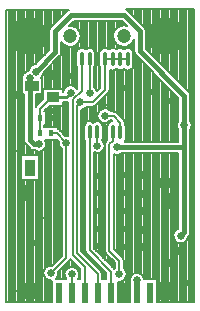
<source format=gbl>
%FSLAX44Y44*%
%MOMM*%
G71*
G01*
G75*
%ADD10C,0.2032*%
%ADD11R,1.2000X2.2500*%
%ADD12R,0.5200X0.4200*%
%ADD13R,0.4200X0.5200*%
%ADD14R,7.1500X7.1500*%
%ADD15O,0.7620X0.2286*%
%ADD16O,0.2286X0.7620*%
%ADD17R,0.6604X0.7112*%
%ADD18R,1.1430X1.2700*%
%ADD19R,1.3208X0.9652*%
%ADD20C,0.3810*%
%ADD21C,0.1524*%
%ADD22C,0.2540*%
%ADD23C,0.5080*%
%ADD24C,1.2000*%
%ADD25C,3.2000*%
%ADD26C,0.6604*%
%ADD27R,1.1430X0.8128*%
%ADD28R,1.0668X0.8128*%
%ADD29R,1.3970X0.8636*%
%ADD30R,0.7620X1.4732*%
%ADD31R,0.9144X1.4732*%
%ADD32R,1.4224X1.4224*%
%ADD33R,0.7620X1.3716*%
%ADD34R,1.0668X1.5240*%
%ADD35R,0.6096X1.7272*%
%ADD36R,0.5588X1.7272*%
%ADD37O,0.3302X1.3208*%
D10*
X2568969Y2151468D02*
X2566991Y2152678D01*
X2568969Y2151468D02*
X2566991Y2152678D01*
X2621473Y2079639D02*
X2621096Y2081535D01*
X2620023Y2083142D01*
X2621473Y2079639D02*
X2621096Y2081535D01*
X2620023Y2083142D01*
X2583881Y2134503D02*
X2583504Y2136399D01*
X2582430Y2138006D01*
X2583881Y2134503D02*
X2583504Y2136399D01*
X2582430Y2138006D01*
X2573975Y2117231D02*
X2574352Y2115336D01*
X2575426Y2113729D01*
X2573975Y2117231D02*
X2574352Y2115336D01*
X2575426Y2113729D01*
X2621473Y2050520D02*
X2622511Y2052387D01*
X2622870Y2054494D01*
X2622511Y2056600D01*
X2621473Y2058467D01*
X2611567D02*
X2610331Y2055913D01*
X2610331Y2053074D01*
X2611567Y2050520D01*
X2567781Y2138646D02*
X2565321Y2138979D01*
X2562863Y2138632D01*
X2560592Y2137630D01*
X2558679Y2136048D01*
X2557267Y2134005D01*
X2556464Y2131656D01*
X2556330Y2129177D01*
X2556874Y2126755D01*
X2558057Y2124572D01*
X2559788Y2122792D01*
X2561938Y2121550D01*
X2564344Y2120939D01*
X2566826Y2121005D01*
X2569196Y2121743D01*
X2571277Y2123098D01*
X2572911Y2124967D01*
X2573975Y2127210D01*
X2567781Y2138646D02*
X2565321Y2138979D01*
X2562863Y2138632D01*
X2560592Y2137630D01*
X2558679Y2136048D01*
X2557267Y2134005D01*
X2556464Y2131656D01*
X2556330Y2129177D01*
X2556874Y2126755D01*
X2558057Y2124572D01*
X2559788Y2122792D01*
X2561938Y2121550D01*
X2564344Y2120939D01*
X2566826Y2121005D01*
X2569196Y2121743D01*
X2571277Y2123098D01*
X2572911Y2124967D01*
X2573975Y2127210D01*
X2573467Y2115327D02*
X2572690Y2117916D01*
X2570613Y2119648D01*
X2567927Y2119949D01*
X2565518Y2118720D01*
Y2102027D02*
X2567927Y2100797D01*
X2570613Y2101099D01*
X2572690Y2102831D01*
X2573467Y2105421D01*
X2566967Y2053351D02*
X2566228Y2055880D01*
Y2056526D02*
X2565112Y2059220D01*
X2559019Y2102027D02*
X2561085Y2100873D01*
X2563452D01*
X2565518Y2102027D01*
X2566228Y2056526D02*
X2565114Y2059218D01*
X2565518Y2118720D02*
X2563452Y2119874D01*
X2561085D01*
X2559019Y2118720D01*
X2556952Y2119874D01*
X2554585D01*
X2552519Y2118720D01*
X2550110Y2119949D01*
X2547424Y2119648D01*
X2545347Y2117916D01*
X2544570Y2115327D01*
X2553333Y2101402D02*
X2556281Y2100750D01*
X2559019Y2102027D01*
X2552139Y2081552D02*
X2553333Y2084429D01*
X2544570Y2105421D02*
X2545205Y2103062D01*
X2552142Y2081556D02*
X2553333Y2084429D01*
X2559272Y2065060D02*
X2559269Y2065063D01*
X2559270Y2065062D02*
X2556576Y2066178D01*
X2559269Y2065063D02*
X2556576Y2066178D01*
X2565114Y2059218D02*
X2565111Y2059221D01*
X2554290Y2066178D02*
X2552315Y2067906D01*
X2549810Y2068689D01*
X2547202Y2068392D01*
X2544937Y2067065D01*
X2543403Y2064936D01*
X2542860Y2062368D01*
X2543403Y2059799D01*
X2544937Y2057670D01*
X2547202Y2056343D01*
X2549810Y2056046D01*
X2552315Y2056828D01*
X2554290Y2058557D01*
X2555513Y2058042D02*
X2553273Y2057332D01*
X2551657Y2055626D01*
X2551069Y2053351D01*
Y2043445D02*
X2551321Y2041927D01*
X2550328Y2040933D02*
X2550325Y2040930D01*
X2547193Y2041863D02*
X2547467Y2043445D01*
X2620023Y1960313D02*
X2621096Y1961920D01*
X2621473Y1963815D01*
X2620023Y1960313D02*
X2621096Y1961920D01*
X2621473Y1963815D01*
X2611567Y1966825D02*
X2609404Y1965643D01*
X2607853Y1963725D01*
X2607150Y1961362D01*
X2607400Y1958909D01*
X2608566Y1956737D01*
X2610471Y1955172D01*
X2612829Y1954450D01*
X2615283Y1954681D01*
X2617465Y1955830D01*
X2619045Y1957723D01*
X2619785Y1960075D01*
X2582656Y1924445D02*
X2581759Y1926817D01*
X2580005Y1928649D01*
X2577674Y1929648D01*
X2575139Y1929655D01*
X2572802Y1928670D01*
X2571037Y1926849D01*
X2570126Y1924482D01*
X2570214Y1921948D01*
X2566046Y2040650D02*
X2566967Y2043445D01*
X2556830Y2029773D02*
X2558988Y2029349D01*
X2561162Y2029686D01*
X2563090Y2030744D01*
X2565212Y1939940D02*
X2564096Y1942634D01*
X2564098Y1942632D02*
X2564095Y1942635D01*
X2550326Y2040932D02*
X2549210Y2038237D01*
X2550325Y2040930D02*
X2549210Y2038237D01*
Y1948322D02*
X2550325Y1945629D01*
X2549210Y2037222D02*
X2548684Y2039752D01*
X2547193Y2041863D01*
X2550325Y1945629D02*
X2550328Y1945626D01*
X2549210Y1948322D02*
X2550326Y1945627D01*
X2565212Y1939940D02*
X2564098Y1942632D01*
X2557220Y1933034D02*
X2557002Y1933272D01*
X2557004Y1933270D02*
X2557001Y1933273D01*
X2557220Y1933034D02*
X2557004Y1933270D01*
X2567752Y1928255D02*
X2567082Y1931095D01*
X2565212Y1933336D01*
X2560404Y1921984D02*
X2563122Y1922143D01*
X2565524Y1923425D01*
X2567168Y1925596D01*
X2567752Y1928255D01*
X2557592Y1933336D02*
X2557220Y1933034D01*
X2547117Y1928571D02*
X2546003Y1931263D01*
X2547117Y1928571D02*
X2546001Y1931264D01*
X2546003Y1931263D02*
X2546000Y1931266D01*
X2540967Y2115327D02*
X2540190Y2117916D01*
X2538114Y2119648D01*
X2535427Y2119949D01*
X2533018Y2118720D01*
X2518503Y2152373D02*
X2517260Y2151468D01*
X2518503Y2152373D02*
X2517260Y2151468D01*
X2528794Y2129931D02*
X2528440Y2132438D01*
X2527406Y2134748D01*
X2525771Y2136682D01*
X2523666Y2138087D01*
X2521253Y2138853D01*
X2518723Y2138921D01*
X2528794Y2129931D02*
X2528440Y2132438D01*
X2527406Y2134748D01*
X2525771Y2136682D01*
X2523666Y2138087D01*
X2521253Y2138853D01*
X2518723Y2138921D01*
X2512253Y2124860D02*
X2513967Y2122970D01*
X2516141Y2121633D01*
X2518601Y2120956D01*
X2521152Y2120993D01*
X2523592Y2121741D01*
X2525726Y2123141D01*
X2527384Y2125080D01*
X2528434Y2127405D01*
X2528794Y2129931D01*
X2512253Y2124860D02*
X2513967Y2122970D01*
X2516141Y2121633D01*
X2518601Y2120956D01*
X2521152Y2120993D01*
X2523592Y2121741D01*
X2525726Y2123141D01*
X2527384Y2125080D01*
X2528434Y2127405D01*
X2528794Y2129931D01*
X2542444Y2083352D02*
X2541578Y2085389D01*
X2540066Y2087005D01*
Y2102653D02*
X2540967Y2105421D01*
X2539145Y2070242D02*
X2542022Y2071435D01*
X2547467Y2053351D02*
X2546689Y2055940D01*
X2544613Y2057672D01*
X2541927Y2057973D01*
X2539518Y2056744D01*
X2539145Y2070242D02*
X2542019Y2071432D01*
X2525070Y2105421D02*
X2525959Y2102670D01*
X2533018Y2118720D02*
X2530610Y2119949D01*
X2527923Y2119648D01*
X2525847Y2117916D01*
X2525070Y2115327D01*
X2525822Y2085233D02*
X2524025Y2087289D01*
X2521532Y2088400D01*
X2518802Y2088361D01*
X2516340Y2087180D01*
X2514602Y2085074D01*
X2513909Y2082433D01*
X2529126Y2067745D02*
X2531551Y2068548D01*
X2533462Y2070242D01*
X2516190Y2073797D02*
X2518222Y2074306D01*
X2539518Y2056744D02*
X2537110Y2057973D01*
X2534423Y2057672D01*
X2532347Y2055940D01*
X2531569Y2053351D01*
X2516190Y2073797D02*
X2518222Y2074306D01*
X2503798Y2138006D02*
X2502724Y2136399D01*
X2502347Y2134503D01*
X2510802Y2112713D02*
X2511876Y2114320D01*
X2512253Y2116216D01*
X2510802Y2112713D02*
X2511876Y2114320D01*
X2512253Y2116216D01*
X2503798Y2138006D02*
X2502724Y2136399D01*
X2502347Y2134503D01*
X2490352Y2106272D02*
X2487743Y2105384D01*
X2485756Y2103475D01*
X2484765Y2100905D01*
X2494854Y2094879D02*
X2496560Y2096814D01*
X2497356Y2099267D01*
X2484765Y2100905D02*
X2482073Y2099831D01*
X2480139Y2097672D01*
X2479365Y2094879D01*
X2491120Y2070731D02*
X2490663Y2070186D01*
X2491124Y2070735D02*
X2490663Y2070186D01*
X2540066Y2031519D02*
X2542541Y2030880D01*
X2545067Y2031267D01*
X2547236Y2032620D01*
X2548696Y2034718D01*
X2549210Y2037222D01*
X2532446Y1948630D02*
X2533561Y1945937D01*
X2531569Y2043445D02*
X2532446Y2040711D01*
Y1948630D02*
X2533562Y1945936D01*
X2533561Y1945937D02*
X2533564Y1945934D01*
X2511012Y2050328D02*
X2511009Y2050331D01*
X2509146Y2051354D01*
X2511010Y2050330D02*
X2509146Y2051354D01*
X2518222Y2045603D02*
X2515546Y2045794D01*
X2510158Y2040405D02*
X2510240Y2038156D01*
X2511101Y2036076D01*
X2512634Y2034427D01*
X2526350Y1924445D02*
X2527294Y1926248D01*
X2527620Y1928255D01*
X2526210Y1924266D02*
X2526350Y1924445D01*
X2519140Y1939533D02*
X2520064Y1941037D01*
X2519138Y1939531D02*
X2520064Y1941037D01*
X2519137Y1939530D02*
X2519140Y1939533D01*
X2516190Y1924445D02*
X2516401Y1924180D01*
X2527620Y1928255D02*
X2527067Y1930848D01*
X2525503Y1932989D01*
X2523202Y1934305D01*
X2520564Y1934566D01*
X2518049Y1933728D01*
X2516095Y1931936D01*
X2515044Y1929502D01*
X2515077Y1926852D01*
X2516190Y1924445D01*
X2499680Y2038492D02*
X2498634Y2041983D01*
X2489357Y2033539D02*
X2491444Y2032428D01*
X2493792Y2032158D01*
X2496077Y2032766D01*
X2497981Y2034168D01*
X2499240Y2036169D01*
X2499680Y2038492D01*
X2480757Y2041794D02*
X2481134Y2039898D01*
X2482208Y2038291D01*
X2480757Y2041794D02*
X2481134Y2039898D01*
X2482208Y2038291D01*
X2509840Y1929272D02*
X2509776Y1930170D01*
X2507617Y1924445D02*
X2509258Y1926615D01*
X2509840Y1929272D01*
X2504388Y1935558D02*
X2501719Y1935369D01*
X2499364Y1934098D01*
X2497742Y1931970D01*
X2497141Y1929362D01*
X2497668Y1926738D01*
X2499228Y1924564D01*
X2501546Y1923226D01*
X2504209Y1922962D01*
X2485510Y2034989D02*
X2487117Y2033916D01*
X2489012Y2033539D01*
X2485510Y2034989D02*
X2487117Y2033916D01*
X2489012Y2033539D01*
X2603058Y2100106D02*
Y2152905D01*
X2604963Y2098201D02*
Y2152917D01*
X2601153Y2102011D02*
Y2152893D01*
X2599248Y2103916D02*
Y2152881D01*
X2597343Y2105821D02*
Y2152869D01*
X2595438Y2107726D02*
Y2152857D01*
X2593533Y2109631D02*
Y2152845D01*
X2591628Y2111536D02*
Y2152833D01*
X2589723Y2113441D02*
Y2152821D01*
X2620203Y2082951D02*
Y2153013D01*
X2622108Y2057510D02*
Y2153025D01*
X2618298Y2084866D02*
Y2153001D01*
X2616393Y2086771D02*
Y2152989D01*
X2614488Y2088676D02*
Y2152977D01*
X2612583Y2090581D02*
Y2152965D01*
X2610678Y2092486D02*
Y2152953D01*
X2608773Y2094391D02*
Y2152941D01*
X2606868Y2096296D02*
Y2152929D01*
X2576388Y2144048D02*
Y2152737D01*
X2578293Y2142143D02*
Y2152749D01*
X2566991Y2152678D02*
X2624775Y2153042D01*
X2574483Y2145953D02*
Y2152725D01*
X2572578Y2147858D02*
Y2152713D01*
X2570673Y2149763D02*
Y2152701D01*
X2568768Y2151657D02*
Y2152689D01*
X2587818Y2115346D02*
Y2152809D01*
X2585913Y2117251D02*
Y2152797D01*
X2584008Y2119156D02*
Y2152785D01*
X2568969Y2151468D02*
X2582430Y2138006D01*
X2582103Y2138333D02*
Y2152773D01*
X2580198Y2140238D02*
Y2152761D01*
X2566863Y2138851D02*
Y2139564D01*
X2563415Y2143013D02*
X2567781Y2138646D01*
X2583881Y2119283D02*
Y2134503D01*
Y2119283D02*
X2620023Y2083142D01*
X2575426Y2113729D02*
X2611567Y2077588D01*
X2621473Y2058467D02*
Y2079639D01*
X2611567Y2058467D02*
Y2077588D01*
X2603058Y2040650D02*
Y2086097D01*
X2597343Y2040650D02*
Y2091812D01*
X2610678Y2056982D02*
Y2078477D01*
X2573975Y2117231D02*
Y2127210D01*
X2573467Y2105421D02*
Y2115327D01*
X2572578Y2118077D02*
Y2124494D01*
X2570673Y2119622D02*
Y2122618D01*
X2568768Y2120025D02*
Y2121555D01*
X2566863Y2119622D02*
Y2121012D01*
Y2054334D02*
Y2101125D01*
X2566967Y2043445D02*
Y2053351D01*
X2566228Y2055880D02*
Y2056526D01*
X2564958Y2138971D02*
Y2141469D01*
X2563053Y2138684D02*
Y2143013D01*
X2561148Y2137947D02*
Y2143013D01*
X2564958Y2119180D02*
Y2120892D01*
X2563053Y2119960D02*
Y2121179D01*
X2559243Y2136611D02*
Y2143013D01*
X2557338Y2134143D02*
Y2143013D01*
X2561148Y2119890D02*
Y2121916D01*
X2557338Y2119756D02*
Y2125720D01*
X2564958Y2059374D02*
Y2101568D01*
X2563053Y2061279D02*
Y2100788D01*
X2561148Y2063184D02*
Y2100857D01*
X2559243Y2065088D02*
Y2101825D01*
Y2118922D02*
Y2123252D01*
X2557338Y2066100D02*
Y2100992D01*
X2555433Y2066178D02*
Y2100733D01*
Y2120013D02*
Y2143013D01*
X2553528Y2119457D02*
Y2143013D01*
X2551623Y2119393D02*
Y2143013D01*
X2549718Y2120004D02*
Y2143013D01*
X2547813Y2119794D02*
Y2143013D01*
X2545908Y2118611D02*
Y2143013D01*
X2544570Y2105421D02*
Y2115327D01*
X2553333Y2084429D02*
Y2101402D01*
X2553528Y2067023D02*
Y2101290D01*
X2544003Y2084911D02*
Y2143013D01*
X2545205Y2086113D02*
Y2103062D01*
X2559269Y2065063D02*
X2559270Y2065062D01*
X2559272Y2065060D02*
X2565111Y2059221D01*
X2559270Y2065062D02*
X2559272Y2065060D01*
X2552139Y2081552D02*
X2552142Y2081556D01*
X2551623Y2068241D02*
Y2081037D01*
X2554290Y2066178D02*
X2556576D01*
X2565111Y2059221D02*
X2565112Y2059220D01*
X2565114Y2059218D01*
X2554998Y2058557D02*
X2555513Y2058042D01*
X2555433Y2058038D02*
Y2058122D01*
X2554290Y2058557D02*
X2554998D01*
X2553528Y2057481D02*
Y2057712D01*
X2551623Y2055564D02*
Y2056494D01*
X2549718Y2068697D02*
Y2079131D01*
X2547813Y2068562D02*
Y2077227D01*
X2551069Y2043445D02*
Y2053351D01*
X2545908Y2067791D02*
Y2075322D01*
X2544003Y2066002D02*
Y2073416D01*
X2545908Y2056846D02*
Y2056944D01*
X2544003Y2057884D02*
Y2058733D01*
X2550328Y2040933D02*
X2551321Y2041927D01*
X2550326Y2040932D02*
X2550328Y2040933D01*
X2547813Y2041195D02*
Y2056173D01*
X2547467Y2043445D02*
Y2053351D01*
X2550325Y2040930D02*
X2550326Y2040932D01*
X2611567Y2040650D02*
Y2050520D01*
X2621473Y2035697D02*
Y2050520D01*
X2610678Y2040650D02*
Y2052005D01*
X2611567Y1966825D02*
Y2030744D01*
X2610678Y1966470D02*
Y2030744D01*
X2606868Y2040650D02*
Y2082287D01*
X2604963Y2040650D02*
Y2084192D01*
X2608773Y1965039D02*
Y2030744D01*
Y2040650D02*
Y2080382D01*
X2624775Y1904507D02*
Y2153042D01*
X2624013Y1904507D02*
Y2153037D01*
X2622108Y1904507D02*
Y2051477D01*
X2621473Y1963815D02*
Y2035697D01*
X2603058Y1904507D02*
Y2030744D01*
X2601153Y1904507D02*
Y2030744D01*
X2606868Y1904507D02*
Y2030744D01*
X2604963Y1904507D02*
Y2030744D01*
X2580198Y2040650D02*
Y2108957D01*
X2582103Y2040650D02*
Y2107052D01*
X2578293Y2040650D02*
Y2110862D01*
X2584008Y2040650D02*
Y2105147D01*
X2566046Y2040650D02*
X2611567D01*
X2576388D02*
Y2112767D01*
X2574483Y2040650D02*
Y2115047D01*
X2572578Y2040650D02*
Y2102670D01*
X2570673Y2040650D02*
Y2101125D01*
X2595438Y2040650D02*
Y2093717D01*
X2593533Y2040650D02*
Y2095622D01*
X2601153Y2040650D02*
Y2088002D01*
X2599248Y2040650D02*
Y2089907D01*
X2587818Y2040650D02*
Y2101337D01*
X2585913Y2040650D02*
Y2103242D01*
X2591628Y2040650D02*
Y2097527D01*
X2589723Y2040650D02*
Y2099432D01*
X2620203Y1904507D02*
Y1960504D01*
X2619785Y1960075D02*
X2620023Y1960313D01*
X2618298Y1904507D02*
Y1956640D01*
X2616393Y1904507D02*
Y1955129D01*
X2614488Y1904507D02*
Y1954499D01*
X2612583Y1904507D02*
Y1954480D01*
X2608773Y1904507D02*
Y1956496D01*
X2599248Y1904507D02*
Y2030744D01*
X2610678Y1904507D02*
Y1955065D01*
X2593152Y1904507D02*
X2624775D01*
X2597343D02*
Y2030744D01*
X2595438Y1904507D02*
Y2030744D01*
X2593533Y1904507D02*
Y2030744D01*
X2593152Y1904507D02*
Y1924445D01*
X2580198Y1928510D02*
Y2030744D01*
X2582103Y1926197D02*
Y2030744D01*
X2578293Y1929487D02*
Y2030744D01*
X2585913Y1924445D02*
Y2030744D01*
X2563090D02*
X2611567D01*
X2572578Y1928510D02*
Y2030744D01*
X2570673Y1926197D02*
Y2030744D01*
X2576388Y1929780D02*
Y2030744D01*
X2574483Y1929487D02*
Y2030744D01*
X2589723Y1924445D02*
Y2030744D01*
X2587818Y1924445D02*
Y2030744D01*
X2591628Y1924445D02*
Y2030744D01*
X2582656Y1924445D02*
X2593152D01*
X2584008D02*
Y2030744D01*
X2570214Y1904507D02*
Y1921948D01*
X2560404Y1904507D02*
X2570214D01*
X2566863Y2040650D02*
Y2042461D01*
X2568768Y2040650D02*
Y2100721D01*
X2563053Y1943677D02*
Y2030715D01*
X2561148Y1945582D02*
Y2029681D01*
X2556830Y1949900D02*
Y2029773D01*
X2559243Y1947487D02*
Y2029349D01*
X2557338Y1949392D02*
Y2029601D01*
X2568768Y1904507D02*
Y2030744D01*
X2566863Y1931496D02*
Y2030744D01*
X2564958Y1941307D02*
Y2030744D01*
X2564095Y1942635D02*
X2564096Y1942634D01*
X2556830Y1949900D02*
X2564095Y1942635D01*
X2564096Y1942634D02*
X2564098Y1942632D01*
X2549718Y2040138D02*
Y2056038D01*
X2550325Y1945629D02*
X2550326Y1945627D01*
X2549210Y2037222D02*
Y2038237D01*
Y1948322D02*
Y2037222D01*
X2544003Y1946271D02*
Y2030975D01*
X2550326Y1945627D02*
X2550328Y1945626D01*
X2551623Y1938651D02*
Y1944330D01*
X2550328Y1945626D02*
X2557592Y1938361D01*
X2547813Y1942461D02*
Y2033248D01*
X2545908Y1944366D02*
Y2031651D01*
X2549718Y1940556D02*
Y1946421D01*
X2565212Y1933336D02*
Y1939940D01*
X2557338Y1933135D02*
Y1938615D01*
X2557592Y1933336D02*
Y1938361D01*
X2557001Y1933273D02*
X2557002Y1933272D01*
X2557004Y1933270D01*
X2566863Y1904507D02*
Y1925015D01*
X2564958Y1904507D02*
Y1922995D01*
X2563053Y1904507D02*
Y1922124D01*
X2561148Y1904507D02*
Y1921911D01*
X2560404Y1904507D02*
Y1921984D01*
X2553528Y1936746D02*
Y1942425D01*
X2555433Y1934841D02*
Y1940520D01*
X2546001Y1931264D02*
X2546003Y1931263D01*
X2545908Y1931358D02*
Y1933589D01*
X2544003Y1933263D02*
Y1935495D01*
X2546000Y1931266D02*
X2546001Y1931264D01*
X2550498Y1924445D02*
Y1929000D01*
X2549718Y1924445D02*
Y1929780D01*
X2549403Y1924445D02*
X2550498D01*
X2548212D02*
X2549403D01*
X2547813D02*
Y1931685D01*
X2547117Y1924445D02*
Y1928571D01*
X2548212Y1924445D02*
X2549403D01*
X2547117D02*
X2548212D01*
X2530668Y2119939D02*
Y2143013D01*
X2534478Y2119671D02*
Y2143013D01*
X2528763Y2130680D02*
Y2143013D01*
X2536383Y2120024D02*
Y2143013D01*
X2522814D02*
X2563415D01*
X2524953Y2137331D02*
Y2143013D01*
X2523048Y2138355D02*
Y2143013D01*
X2528763Y2119917D02*
Y2129183D01*
X2526858Y2135525D02*
Y2143013D01*
X2542098Y2084414D02*
Y2143013D01*
X2540193Y2117910D02*
Y2143013D01*
X2538288Y2119569D02*
Y2143013D01*
X2532573Y2119097D02*
Y2143013D01*
X2526858Y2119016D02*
Y2124338D01*
X2524953Y2086451D02*
Y2122532D01*
X2523048Y2087882D02*
Y2121508D01*
X2518723Y2138921D02*
X2522814Y2143013D01*
X2521143Y2138871D02*
Y2141342D01*
X2519238Y2138965D02*
Y2139437D01*
X2517333Y2151540D02*
Y2152366D01*
X2465517Y2152040D02*
X2518503Y2152373D01*
X2515428Y2149636D02*
Y2152354D01*
X2503798Y2138006D02*
X2517260Y2151468D01*
X2517333Y2087818D02*
Y2121211D01*
X2515428Y2086306D02*
Y2121980D01*
X2521143Y2088467D02*
Y2120992D01*
X2519238Y2088448D02*
Y2120898D01*
X2542444Y2083352D02*
X2545205Y2086113D01*
X2542022Y2071435D02*
X2552139Y2081552D01*
X2542019Y2071432D02*
X2542022Y2071435D01*
X2540967Y2105421D02*
Y2115327D01*
X2540193Y2086908D02*
Y2102837D01*
X2540066Y2087005D02*
Y2102653D01*
X2533462Y2070242D02*
X2539145D01*
X2542098Y2058002D02*
Y2071512D01*
X2540193Y2057281D02*
Y2070379D01*
X2538288Y2057593D02*
Y2070242D01*
X2536383Y2058048D02*
Y2070242D01*
X2534478Y2057695D02*
Y2070242D01*
X2525959Y2085369D02*
Y2102670D01*
X2525822Y2085233D02*
X2525959Y2085369D01*
X2525070Y2105421D02*
Y2115327D01*
X2497013Y2085228D02*
X2513777D01*
Y2082433D02*
X2513909D01*
X2513777D02*
Y2085228D01*
X2532573Y2056253D02*
Y2069281D01*
X2513777Y2073797D02*
X2516190D01*
X2513777Y2071004D02*
Y2073797D01*
X2502888Y2071004D02*
X2513777D01*
X2513523Y2147731D02*
Y2152342D01*
X2511618Y2145826D02*
Y2152330D01*
X2509713Y2143921D02*
Y2152318D01*
X2512253Y2116216D02*
Y2124860D01*
X2507808Y2142016D02*
Y2152306D01*
X2505903Y2140111D02*
Y2152294D01*
X2503998Y2138206D02*
Y2152282D01*
X2502347Y2118267D02*
Y2134503D01*
X2513523Y2085228D02*
Y2123363D01*
X2511618Y2085228D02*
Y2113789D01*
X2509713Y2085228D02*
Y2111624D01*
X2507808Y2085228D02*
Y2109719D01*
X2505903Y2085228D02*
Y2107814D01*
X2503998Y2085228D02*
Y2105909D01*
X2502093Y2118013D02*
Y2152270D01*
X2500188Y2116108D02*
Y2152258D01*
X2498283Y2114203D02*
Y2152246D01*
X2490352Y2106272D02*
X2502347Y2118267D01*
X2496378Y2112298D02*
Y2152234D01*
X2494473Y2110393D02*
Y2152222D01*
X2492568Y2108488D02*
Y2152210D01*
X2490663Y2106583D02*
Y2152198D01*
X2488758Y2105884D02*
Y2152186D01*
X2486853Y2104730D02*
Y2152174D01*
X2497356Y2099267D02*
X2510802Y2112713D01*
X2484948Y2101738D02*
Y2152162D01*
X2483043Y2100388D02*
Y2152150D01*
X2481138Y2099032D02*
Y2152138D01*
X2479233Y2094879D02*
Y2152126D01*
X2500188Y2085228D02*
Y2102099D01*
X2502093Y2085228D02*
Y2104004D01*
X2498118Y2066233D02*
X2502888Y2071004D01*
X2498118Y2066233D02*
X2499142D01*
X2498058Y2054937D02*
X2499142D01*
X2498283Y2085228D02*
Y2100194D01*
X2497013Y2076624D02*
Y2085228D01*
X2498283Y2066233D02*
Y2066399D01*
X2498058Y2066174D02*
X2498118Y2066233D01*
X2505903Y2053283D02*
Y2071004D01*
X2503998Y2053283D02*
Y2071004D01*
X2507808Y2053283D02*
Y2071004D01*
X2498850Y2053283D02*
X2509146D01*
X2502093D02*
Y2070209D01*
X2500188Y2053283D02*
Y2068304D01*
X2499142Y2054937D02*
Y2066233D01*
X2498058Y2053279D02*
Y2054937D01*
X2496251Y2080656D02*
Y2094879D01*
X2496378Y2075989D02*
Y2096514D01*
X2494854Y2094879D02*
X2496251D01*
X2490663Y2080656D02*
X2496251D01*
X2478725Y2094879D02*
X2479365D01*
X2478725Y2080656D02*
X2480757D01*
X2478725D02*
Y2094879D01*
X2494473Y2074084D02*
Y2080656D01*
X2492568Y2072179D02*
Y2080656D01*
X2491124Y2070735D02*
X2497013Y2076624D01*
X2491120Y2070731D02*
X2491124Y2070735D01*
X2490663Y2070186D02*
Y2080656D01*
Y2070186D02*
Y2080656D01*
X2540066Y1950208D02*
Y2031519D01*
X2540193Y1950081D02*
Y2031459D01*
X2542098Y1948176D02*
Y2030917D01*
X2531569Y2043445D02*
Y2053351D01*
X2530668Y1946598D02*
Y2068127D01*
X2532446Y1948630D02*
Y2040711D01*
X2540066Y1950208D02*
X2557001Y1933273D01*
X2533562Y1945936D02*
X2533564Y1945934D01*
X2534478Y1942788D02*
Y1945020D01*
X2533564Y1945934D02*
X2550498Y1929000D01*
X2532573Y1944693D02*
Y1947654D01*
X2533561Y1945937D02*
X2533562Y1945936D01*
X2515428Y2045912D02*
Y2073797D01*
X2517333Y2045795D02*
Y2073952D01*
X2513523Y2047817D02*
Y2071004D01*
X2511618Y2049722D02*
Y2071004D01*
X2511010Y2050330D02*
X2511012Y2050328D01*
X2511009Y2050331D02*
X2511010Y2050330D01*
X2529126Y1948139D02*
Y2067745D01*
X2518222Y2045603D02*
Y2074306D01*
X2529126Y1948139D02*
X2546000Y1931266D01*
X2511012Y2050328D02*
X2515546Y2045794D01*
X2512634Y1943804D02*
Y2034427D01*
X2511618Y1942788D02*
Y2035381D01*
X2536383Y1940883D02*
Y1943114D01*
X2538288Y1938978D02*
Y1941210D01*
X2520064Y1941037D02*
X2528497Y1932605D01*
X2542098Y1935168D02*
Y1937399D01*
X2540193Y1937073D02*
Y1939305D01*
X2521143Y1934604D02*
Y1939958D01*
X2519238Y1934272D02*
Y1939635D01*
X2524953Y1933428D02*
Y1936148D01*
X2523048Y1934352D02*
Y1938053D01*
X2528497Y1924445D02*
Y1932605D01*
X2527402Y1924445D02*
X2528497D01*
X2526350D02*
X2527402D01*
X2526858D02*
Y1925239D01*
Y1931272D02*
Y1934243D01*
X2526350Y1924445D02*
X2527402D01*
X2519138Y1939531D02*
X2519140Y1939533D01*
X2519137Y1939530D02*
X2519138Y1939531D01*
X2509776Y1930170D02*
X2519137Y1939530D01*
X2504388Y1935558D02*
X2512634Y1943804D01*
X2517333Y1933238D02*
Y1937726D01*
X2515428Y1930744D02*
Y1935821D01*
X2515210Y1924445D02*
X2516190D01*
X2515210D02*
X2516190D01*
X2513523D02*
Y1933916D01*
X2511618Y1924445D02*
Y1932011D01*
X2515428Y1924445D02*
Y1925767D01*
X2507617Y1924445D02*
X2515210D01*
X2509146Y2051354D02*
Y2053283D01*
X2509713Y2051180D02*
Y2071004D01*
X2498850Y2053279D02*
X2499142D01*
Y2041988D02*
X2508576D01*
X2498634Y2041983D02*
X2499142D01*
X2498850Y2053279D02*
Y2053283D01*
X2498283Y2053279D02*
Y2054937D01*
X2499142Y2041983D02*
Y2041988D01*
X2498850D02*
X2499142D01*
X2508576D02*
X2510158Y2040405D01*
X2507808Y1938978D02*
Y2041988D01*
X2509713Y1940883D02*
Y2040850D01*
X2505903Y1937073D02*
Y2041988D01*
X2503998Y1935601D02*
Y2041988D01*
X2502093Y1935466D02*
Y2041988D01*
X2500188Y1934695D02*
Y2041988D01*
X2498058Y2053279D02*
X2498850D01*
X2483043Y2028967D02*
Y2037456D01*
X2482208Y2038291D02*
X2485510Y2034989D01*
X2480757Y2041794D02*
Y2080656D01*
X2479233Y2028967D02*
Y2080656D01*
X2481138Y2028967D02*
Y2039888D01*
X2477328Y1904507D02*
Y2152114D01*
X2475423Y1904507D02*
Y2152102D01*
X2473518Y1904507D02*
Y2152090D01*
X2471613Y1904507D02*
Y2152078D01*
X2469708Y1904507D02*
Y2152066D01*
X2467803Y1904507D02*
Y2152054D01*
X2465898Y1904507D02*
Y2152042D01*
X2465517Y1904507D02*
Y2152040D01*
X2509713Y1924445D02*
Y1928008D01*
X2507808Y1924445D02*
Y1924616D01*
X2498283Y1932906D02*
Y2034518D01*
X2490663Y2028967D02*
Y2032729D01*
X2493584Y2008138D02*
Y2028967D01*
X2492568D02*
Y2032187D01*
X2502093Y1904507D02*
Y1923077D01*
X2500188Y1904507D02*
Y1923848D01*
X2504209Y1904507D02*
Y1922962D01*
X2503998Y1904507D02*
Y1922942D01*
X2496378Y1904507D02*
Y2032921D01*
X2494473Y1904507D02*
Y2032245D01*
X2498283Y1904507D02*
Y1925637D01*
X2492568Y1904507D02*
Y2008138D01*
X2489012Y2033539D02*
X2489357D01*
X2478344Y2008138D02*
X2493584D01*
X2478344Y2028967D02*
X2493584D01*
X2486853D02*
Y2034034D01*
X2484948Y2028967D02*
Y2035551D01*
X2488758Y2028967D02*
Y2033545D01*
X2478344Y2008138D02*
Y2028967D01*
X2488758Y1904507D02*
Y2008138D01*
X2486853Y1904507D02*
Y2008138D01*
X2490663Y1904507D02*
Y2008138D01*
X2465517Y1904507D02*
X2504209D01*
X2481138D02*
Y2008138D01*
X2479233Y1904507D02*
Y2008138D01*
X2484948Y1904507D02*
Y2008138D01*
X2483043Y1904507D02*
Y2008138D01*
X2549269Y2110374D02*
X2555768D01*
X2562268D01*
X2568768D01*
X2528636Y2074306D02*
X2539145D01*
X2549269Y2084429D01*
Y2110374D01*
X2493994Y2067858D02*
X2504252Y2078116D01*
X2493994Y2047631D02*
Y2067858D01*
D13*
X2503998Y2047635D02*
D03*
X2493994Y2047631D02*
D03*
Y2060585D02*
D03*
X2503998Y2060589D02*
D03*
D20*
X2485710Y2041794D02*
Y2094626D01*
X2491044Y2099960D02*
X2507300Y2116216D01*
X2613472Y1960768D02*
X2616520Y1963815D01*
Y2035697D01*
Y2054494D01*
X2559116Y2035697D02*
X2616520D01*
X2578928Y2117231D02*
Y2134503D01*
Y2117231D02*
X2616520Y2079639D01*
Y2054494D02*
Y2079639D01*
X2565466Y2147966D02*
X2578928Y2134503D01*
X2489012Y2038492D02*
X2493330D01*
X2485710Y2041794D02*
X2489012Y2038492D01*
X2507300Y2116216D02*
Y2134503D01*
X2520762Y2147966D01*
X2565466D01*
D21*
X2521270Y1912797D02*
X2521306Y1912762D01*
X2576310D02*
X2576388Y1912840D01*
Y1923430D01*
X2503490Y1929272D02*
X2516444Y1942225D01*
Y2039507D01*
X2536256Y2081926D02*
Y2110361D01*
X2536268Y2110374D01*
X2542768Y2048398D02*
X2542860Y2048306D01*
Y2037222D02*
Y2048306D01*
X2522032Y2076084D02*
X2522540Y2076591D01*
X2522569D01*
X2529769Y2083791D01*
Y2110374D01*
X2528382Y2074052D02*
X2528636Y2074306D01*
X2525316Y2070986D02*
X2528382Y2074052D01*
X2562418Y2048398D02*
Y2056526D01*
X2549210Y2062368D02*
X2556576D01*
X2562418Y2056526D01*
X2521270Y1912797D02*
Y1928255D01*
X2504252Y2078116D02*
X2505395D01*
X2503998Y2047635D02*
X2508316D01*
X2516444Y2039507D01*
X2555768Y2040986D02*
Y2048398D01*
X2561402Y1928255D02*
Y1939940D01*
X2522032Y1944457D02*
Y2076084D01*
Y1944457D02*
X2532307Y1934183D01*
Y1915302D02*
Y1934183D01*
X2525316Y1946561D02*
Y2070986D01*
Y1946561D02*
X2543307Y1928571D01*
Y1915302D02*
Y1928571D01*
X2536256Y1948630D02*
Y2048398D01*
Y1948630D02*
X2554308Y1930578D01*
Y1915302D02*
Y1930578D01*
X2553020Y1948322D02*
X2561402Y1939940D01*
X2553020Y1948322D02*
Y2038237D01*
X2555768Y2040986D01*
D22*
X2516190Y2078116D02*
X2520254Y2082180D01*
X2505395Y2078116D02*
X2516190D01*
D24*
X2519746Y2129931D02*
D03*
X2565346D02*
D03*
D25*
X2484046D02*
D03*
X2601046D02*
D03*
D26*
X2491044Y2099960D02*
D03*
X2485710Y2094626D02*
D03*
X2503490Y1929272D02*
D03*
X2576388Y1923430D02*
D03*
X2536256Y2081926D02*
D03*
X2542860Y2037222D02*
D03*
X2520254Y2082180D02*
D03*
X2528382Y2074052D02*
D03*
X2493330Y2038492D02*
D03*
X2616520Y2054494D02*
D03*
X2613472Y1960768D02*
D03*
X2516444Y2039507D02*
D03*
X2559116Y2035697D02*
D03*
X2549210Y2062368D02*
D03*
X2521270Y1928255D02*
D03*
X2561402D02*
D03*
X2544384Y2011821D02*
D03*
Y1996835D02*
D03*
Y1981595D02*
D03*
Y1966609D02*
D03*
Y1951877D02*
D03*
X2563688Y2012330D02*
D03*
Y1996835D02*
D03*
Y1981850D02*
D03*
Y1966355D02*
D03*
Y1951624D02*
D03*
X2518730Y2096149D02*
D03*
X2564958Y2085735D02*
D03*
X2605598Y2074686D02*
D03*
X2589596Y2082941D02*
D03*
X2580960Y2012330D02*
D03*
Y1996582D02*
D03*
Y1981850D02*
D03*
Y1966102D02*
D03*
Y1951116D02*
D03*
X2603820Y1937654D02*
D03*
X2612202Y1948322D02*
D03*
X2620076Y1920889D02*
D03*
X2471486Y1914032D02*
D03*
X2500696Y1913524D02*
D03*
X2500442Y1975627D02*
D03*
X2491806Y1955179D02*
D03*
X2547432Y2072020D02*
D03*
X2502982Y2066431D02*
D03*
X2474534Y2079893D02*
D03*
X2471232Y2032776D02*
D03*
X2470724Y1957720D02*
D03*
X2510348Y2028586D02*
D03*
D27*
X2487488Y2087767D02*
D03*
D28*
X2505395Y2097419D02*
D03*
Y2078116D02*
D03*
D29*
X2597978Y2005726D02*
D03*
D30*
X2601788Y1990739D02*
D03*
D31*
X2485964Y2018553D02*
D03*
D32*
X2485710Y1914158D02*
D03*
D33*
X2482281Y1996835D02*
D03*
D34*
X2600264Y1914158D02*
D03*
D35*
X2510305Y1912762D02*
D03*
X2521306D02*
D03*
X2532307D02*
D03*
X2543307D02*
D03*
X2554308D02*
D03*
X2565309D02*
D03*
X2576310D02*
D03*
D36*
X2587310D02*
D03*
D37*
X2568768Y2110374D02*
D03*
X2562268D02*
D03*
X2555768D02*
D03*
X2549269D02*
D03*
X2542768D02*
D03*
X2536268D02*
D03*
X2529769D02*
D03*
X2562268Y2048398D02*
D03*
X2555768D02*
D03*
X2549269D02*
D03*
X2542768D02*
D03*
X2536268D02*
D03*
X2529769D02*
D03*
X2568768D02*
D03*
M02*

</source>
